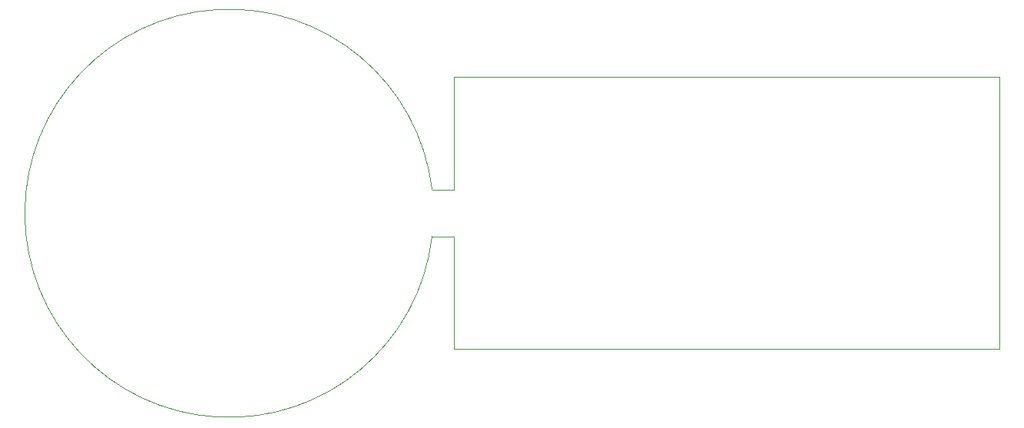
<source format=gbr>
%TF.GenerationSoftware,KiCad,Pcbnew,(6.0.9-0)*%
%TF.CreationDate,2023-03-25T23:39:45+01:00*%
%TF.ProjectId,FilamentSpoolScale,46696c61-6d65-46e7-9453-706f6f6c5363,rev?*%
%TF.SameCoordinates,Original*%
%TF.FileFunction,Profile,NP*%
%FSLAX46Y46*%
G04 Gerber Fmt 4.6, Leading zero omitted, Abs format (unit mm)*
G04 Created by KiCad (PCBNEW (6.0.9-0)) date 2023-03-25 23:39:45*
%MOMM*%
%LPD*%
G01*
G04 APERTURE LIST*
%TA.AperFunction,Profile*%
%ADD10C,0.100000*%
%TD*%
G04 APERTURE END LIST*
D10*
X131500000Y-32500000D02*
X71500000Y-32500000D01*
X131500000Y-62500000D02*
X71500000Y-62500000D01*
X71500000Y-44900000D02*
X69100000Y-44900000D01*
X131500000Y-32500000D02*
X131500000Y-62500000D01*
X69100001Y-44900000D02*
G75*
G03*
X24290000Y-47520000I-22328406J-2620001D01*
G01*
X71500000Y-62500000D02*
X71500000Y-50100000D01*
X71500000Y-32500000D02*
X71500000Y-44900000D01*
X24289998Y-47520000D02*
G75*
G03*
X69100000Y-50100000I22478412J-14980D01*
G01*
X69100000Y-50100000D02*
X71500000Y-50100000D01*
M02*

</source>
